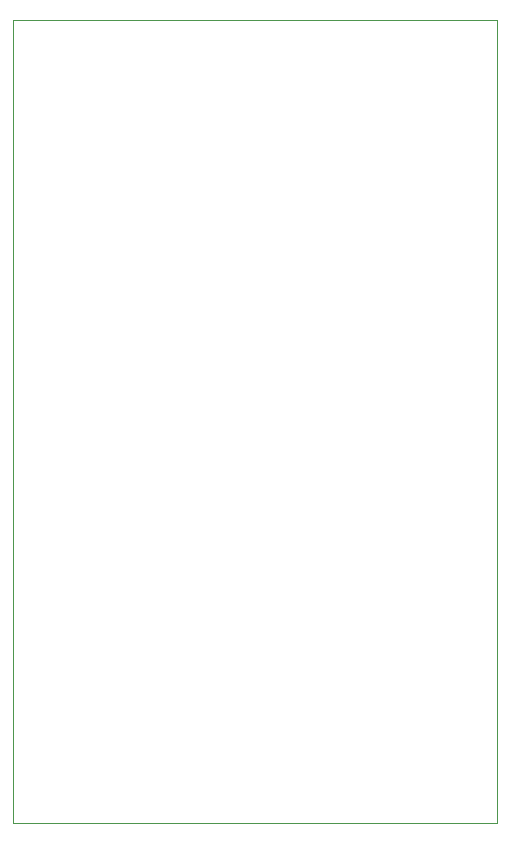
<source format=gbr>
%TF.GenerationSoftware,KiCad,Pcbnew,(6.0.0)*%
%TF.CreationDate,2023-03-29T21:01:20-06:00*%
%TF.ProjectId,isolated_voltage_and_current_sensor,69736f6c-6174-4656-945f-766f6c746167,1*%
%TF.SameCoordinates,Original*%
%TF.FileFunction,Profile,NP*%
%FSLAX46Y46*%
G04 Gerber Fmt 4.6, Leading zero omitted, Abs format (unit mm)*
G04 Created by KiCad (PCBNEW (6.0.0)) date 2023-03-29 21:01:20*
%MOMM*%
%LPD*%
G01*
G04 APERTURE LIST*
%TA.AperFunction,Profile*%
%ADD10C,0.100000*%
%TD*%
G04 APERTURE END LIST*
D10*
X117000000Y-126000000D02*
X158000000Y-126000000D01*
X158000000Y-58000000D02*
X158000000Y-126000000D01*
X117000000Y-58000000D02*
X117000000Y-126000000D01*
X117000000Y-58000000D02*
X158000000Y-58000000D01*
M02*

</source>
